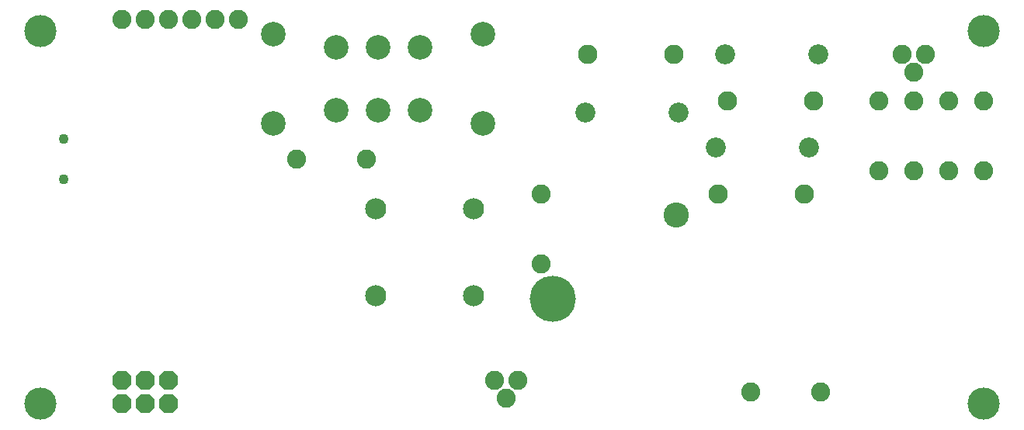
<source format=gbr>
G04 EAGLE Gerber RS-274X export*
G75*
%MOMM*%
%FSLAX34Y34*%
%LPD*%
%INSoldermask Bottom*%
%IPPOS*%
%AMOC8*
5,1,8,0,0,1.08239X$1,22.5*%
G01*
%ADD10C,2.184400*%
%ADD11C,3.505200*%
%ADD12C,2.108200*%
%ADD13C,2.303200*%
%ADD14C,5.029200*%
%ADD15C,2.743200*%
%ADD16C,2.082800*%
%ADD17P,2.254402X8X22.500000*%
%ADD18C,1.103200*%
%ADD19C,2.678200*%


D10*
X619600Y342900D03*
X721200Y342900D03*
X772000Y406400D03*
X873600Y406400D03*
X863600Y304800D03*
X762000Y304800D03*
D11*
X25400Y25400D03*
X25400Y431800D03*
X1054100Y431800D03*
X1054100Y25400D03*
D12*
X774540Y355600D03*
X868520Y355600D03*
X622140Y406400D03*
X716120Y406400D03*
X764540Y254000D03*
X858520Y254000D03*
D13*
X498000Y238000D03*
X391000Y238000D03*
X391000Y143000D03*
X498000Y143000D03*
D14*
X584200Y139700D03*
D15*
X718820Y231140D03*
D16*
X571500Y254000D03*
X571500Y177800D03*
X520700Y50800D03*
X533400Y31750D03*
X546100Y50800D03*
D17*
X114300Y25400D03*
X114300Y50800D03*
X139700Y25400D03*
X139700Y50800D03*
X165100Y25400D03*
X165100Y50800D03*
D18*
X50800Y314100D03*
X50800Y270100D03*
D16*
X381000Y292100D03*
X304800Y292100D03*
X241300Y444500D03*
X215900Y444500D03*
X190500Y444500D03*
X165100Y444500D03*
X139700Y444500D03*
X114300Y444500D03*
D19*
X393700Y414280D03*
X393700Y345180D03*
X439700Y345180D03*
X347700Y345180D03*
X347700Y414280D03*
X439700Y414280D03*
X508000Y428230D03*
X279400Y428230D03*
X279400Y331230D03*
X508000Y331230D03*
D16*
X1016000Y279400D03*
X1016000Y355600D03*
X977900Y279400D03*
X977900Y355600D03*
X965200Y406400D03*
X977900Y387350D03*
X990600Y406400D03*
X939800Y355600D03*
X939800Y279400D03*
X1054100Y279400D03*
X1054100Y355600D03*
X800100Y38100D03*
X876300Y38100D03*
M02*

</source>
